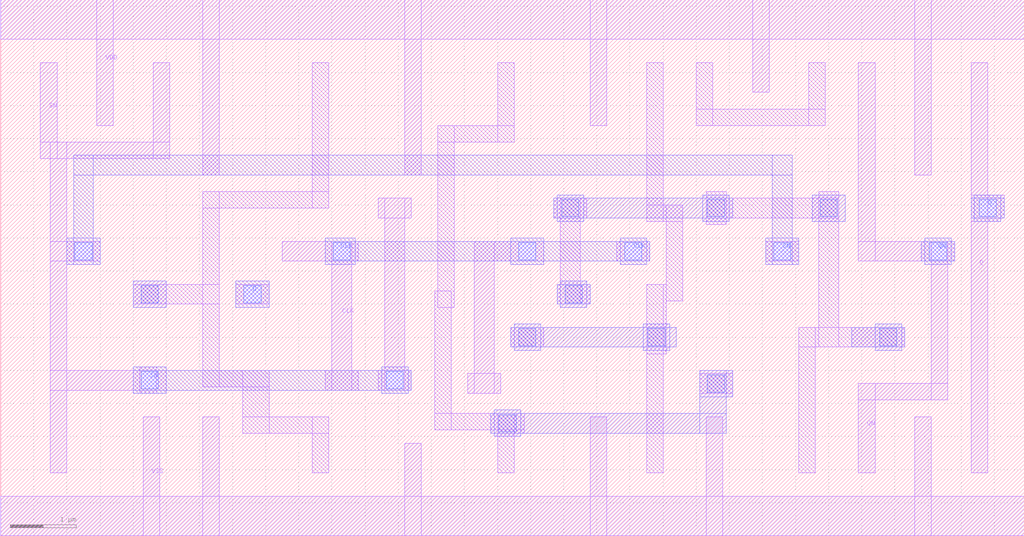
<source format=lef>
# Copyright 2022 Google LLC
# Licensed under the Apache License, Version 2.0 (the "License");
# you may not use this file except in compliance with the License.
# You may obtain a copy of the License at
#
#      http://www.apache.org/licenses/LICENSE-2.0
#
# Unless required by applicable law or agreed to in writing, software
# distributed under the License is distributed on an "AS IS" BASIS,
# WITHOUT WARRANTIES OR CONDITIONS OF ANY KIND, either express or implied.
# See the License for the specific language governing permissions and
# limitations under the License.
VERSION 5.7 ;
BUSBITCHARS "[]" ;
DIVIDERCHAR "/" ;

MACRO gf180mcu_osu_sc_12T_dffs_1
  CLASS CORE ;
  ORIGIN 0 0 ;
  FOREIGN gf180mcu_osu_sc_12T_dffs_1 0 0 ;
  SIZE 15.45 BY 8.1 ;
  SYMMETRY X Y ;
  SITE GF180_3p3_12t ;
  PIN VDD
    DIRECTION INOUT ;
    USE POWER ;
    SHAPE ABUTMENT ;
    PORT
      LAYER MET1 ;
        RECT 0 7.5 15.45 8.1 ;
        RECT 13.8 5.45 14.05 8.1 ;
        RECT 11.35 6.7 11.6 8.1 ;
        RECT 8.9 6.2 9.15 8.1 ;
        RECT 6.1 5.45 6.35 8.1 ;
        RECT 3.05 5.45 3.3 8.1 ;
        RECT 1.45 6.2 1.7 8.1 ;
    END
  END VDD
  PIN VSS
    DIRECTION INOUT ;
    USE GROUND ;
    PORT
      LAYER MET1 ;
        RECT 0 0 15.45 0.6 ;
        RECT 13.8 0 14.05 1.8 ;
        RECT 10.65 0 10.9 1.8 ;
        RECT 8.9 0 9.15 1.8 ;
        RECT 6.1 0 6.35 1.4 ;
        RECT 3.05 0 3.3 1.8 ;
        RECT 2.15 0 2.4 1.8 ;
    END
  END VSS
  PIN CLK
    DIRECTION INPUT ;
    USE CLOCK ;
    PORT
      LAYER MET1 ;
        RECT 9.3 4.15 9.8 4.45 ;
        RECT 7.15 4.15 8.2 4.45 ;
        RECT 7.05 2.15 7.55 2.45 ;
        RECT 7.15 2.15 7.45 4.45 ;
        RECT 4.25 4.15 5.4 4.45 ;
        RECT 4.9 2.2 5.4 2.5 ;
        RECT 5 2.2 5.3 4.45 ;
      LAYER MET2 ;
        RECT 4.9 4.15 9.8 4.45 ;
        RECT 9.35 4.1 9.75 4.5 ;
        RECT 7.7 4.1 8.2 4.5 ;
        RECT 4.9 4.1 5.35 4.5 ;
      LAYER VIA12 ;
        RECT 5.02 4.17 5.28 4.43 ;
        RECT 7.82 4.17 8.08 4.43 ;
        RECT 9.42 4.17 9.68 4.43 ;
    END
  END CLK
  PIN D
    DIRECTION INPUT ;
    USE SIGNAL ;
    PORT
      LAYER MET1 ;
        RECT 3.55 3.5 4.05 3.8 ;
      LAYER MET2 ;
        RECT 3.55 3.45 4.05 3.85 ;
      LAYER VIA12 ;
        RECT 3.67 3.52 3.93 3.78 ;
    END
  END D
  PIN Q
    DIRECTION OUTPUT ;
    USE SIGNAL ;
    PORT
      LAYER MET1 ;
        RECT 14.65 4.8 15.15 5.15 ;
        RECT 14.65 4.75 15.1 5.15 ;
        RECT 14.65 0.95 14.9 7.15 ;
      LAYER MET2 ;
        RECT 14.65 4.8 15.15 5.1 ;
        RECT 14.7 4.75 15.1 5.15 ;
      LAYER VIA12 ;
        RECT 14.77 4.82 15.03 5.08 ;
    END
  END Q
  PIN QN
    DIRECTION OUTPUT ;
    USE SIGNAL ;
    PORT
      LAYER MET1 ;
        RECT 12.95 4.15 14.4 4.45 ;
        RECT 14.05 2.05 14.3 4.45 ;
        RECT 12.95 2.05 14.3 2.3 ;
        RECT 12.95 4.15 13.2 7.15 ;
        RECT 12.95 0.95 13.2 2.3 ;
      LAYER MET2 ;
        RECT 13.9 4.15 14.4 4.45 ;
        RECT 13.95 4.1 14.35 4.5 ;
      LAYER VIA12 ;
        RECT 14.02 4.17 14.28 4.43 ;
    END
  END QN
  PIN SN
    DIRECTION OUTPUT ;
    USE SIGNAL ;
    PORT
      LAYER MET1 ;
        RECT 11.55 4.15 12.05 4.45 ;
        RECT 5.7 4.8 6.2 5.1 ;
        RECT 5.7 2.2 6.2 2.5 ;
        RECT 5.8 2.2 6.1 5.1 ;
        RECT 2.3 5.7 2.55 7.15 ;
        RECT 0.75 2.2 2.5 2.5 ;
        RECT 2.1 2.15 2.35 2.55 ;
        RECT 0.6 5.7 2.55 5.95 ;
        RECT 0.75 4.15 1.5 4.45 ;
        RECT 0.75 0.95 1 5.95 ;
        RECT 0.6 5.7 0.85 7.15 ;
      LAYER MET2 ;
        RECT 11.55 4.1 12.05 4.5 ;
        RECT 1.1 5.45 11.95 5.75 ;
        RECT 11.65 4.1 11.95 5.75 ;
        RECT 1 4.1 1.5 4.5 ;
        RECT 1.1 4.1 1.4 5.75 ;
        RECT 2 2.2 6.2 2.5 ;
        RECT 5.75 2.15 6.15 2.55 ;
        RECT 2 2.15 2.5 2.55 ;
      LAYER VIA12 ;
        RECT 1.12 4.17 1.38 4.43 ;
        RECT 2.12 2.22 2.38 2.48 ;
        RECT 5.82 2.22 6.08 2.48 ;
        RECT 11.67 4.17 11.93 4.43 ;
    END
  END SN
  OBS
    LAYER MET2 ;
      RECT 13.2 2.8 13.6 3.2 ;
      RECT 12.85 2.85 13.65 3.15 ;
      RECT 10.55 2.1 11.05 2.5 ;
      RECT 10.55 1.55 10.95 2.5 ;
      RECT 7.45 1.5 7.85 1.9 ;
      RECT 7.4 1.55 10.95 1.85 ;
      RECT 10.6 4.75 11 5.15 ;
      RECT 8.4 4.75 8.8 5.15 ;
      RECT 8.35 4.8 11.05 5.1 ;
      RECT 9.7 2.8 10.1 3.2 ;
      RECT 7.75 2.8 8.15 3.2 ;
      RECT 7.7 2.85 10.2 3.15 ;
      RECT 8.45 3.45 8.85 3.85 ;
      RECT 8.4 3.5 8.9 3.8 ;
      RECT 12.25 4.75 12.75 5.15 ;
      RECT 2 3.45 2.5 3.85 ;
    LAYER VIA12 ;
      RECT 13.27 2.87 13.53 3.13 ;
      RECT 12.37 4.82 12.63 5.08 ;
      RECT 10.67 2.17 10.93 2.43 ;
      RECT 10.67 4.82 10.93 5.08 ;
      RECT 9.77 2.87 10.03 3.13 ;
      RECT 8.52 3.52 8.78 3.78 ;
      RECT 8.47 4.82 8.73 5.08 ;
      RECT 7.82 2.87 8.08 3.13 ;
      RECT 7.52 1.57 7.78 1.83 ;
      RECT 2.12 3.52 2.38 3.78 ;
    LAYER MET1 ;
      RECT 12.35 2.85 12.65 5.2 ;
      RECT 10.65 4.7 10.95 5.2 ;
      RECT 10.65 4.8 12.65 5.1 ;
      RECT 12.05 2.85 13.65 3.15 ;
      RECT 12.05 0.95 12.3 3.15 ;
      RECT 12.2 6.2 12.45 7.15 ;
      RECT 10.5 6.2 10.75 7.15 ;
      RECT 10.5 6.2 12.45 6.45 ;
      RECT 9.75 4.75 10 7.15 ;
      RECT 9.75 4.75 10.3 5 ;
      RECT 10.05 3.55 10.3 5 ;
      RECT 9.75 2.75 10.05 3.8 ;
      RECT 9.75 0.95 10 3.8 ;
      RECT 8.35 4.8 8.85 5.1 ;
      RECT 8.45 3.5 8.75 5.1 ;
      RECT 8.4 3.5 8.9 3.8 ;
      RECT 7.5 5.95 7.75 7.15 ;
      RECT 6.6 5.95 7.75 6.2 ;
      RECT 6.6 3.45 6.85 6.2 ;
      RECT 6.55 1.6 6.8 3.7 ;
      RECT 6.55 1.6 7.9 1.85 ;
      RECT 7.5 1.55 7.9 1.85 ;
      RECT 7.5 0.95 7.75 1.85 ;
      RECT 4.7 4.95 4.95 7.15 ;
      RECT 3.05 4.95 4.95 5.2 ;
      RECT 3.05 2.25 3.3 5.2 ;
      RECT 2 3.5 3.3 3.8 ;
      RECT 3.05 2.25 4.05 2.5 ;
      RECT 3.65 1.55 4.05 2.5 ;
      RECT 3.65 1.55 4.95 1.8 ;
      RECT 4.7 0.95 4.95 1.8 ;
      RECT 10.55 2.15 11.05 2.45 ;
      RECT 7.7 2.85 8.2 3.15 ;
  END
END gf180mcu_osu_sc_12T_dffs_1

</source>
